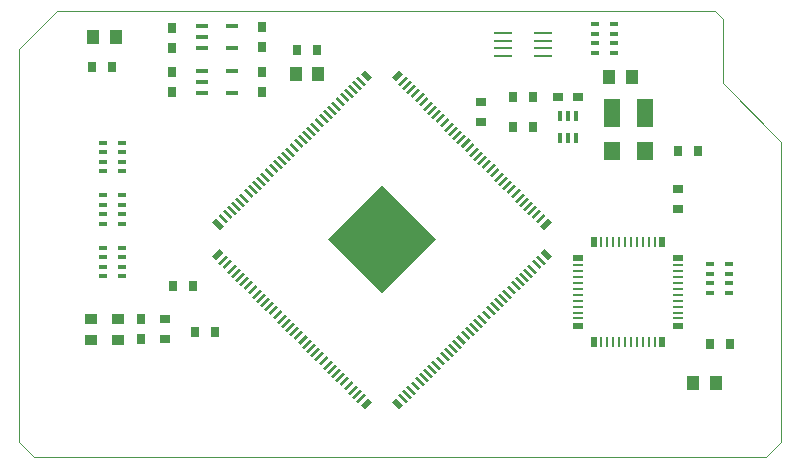
<source format=gtp>
G04 EAGLE Gerber RS-274X export*
G75*
%MOMM*%
%FSLAX34Y34*%
%LPD*%
%INpad maske top*%
%IPPOS*%
%AMOC8*
5,1,8,0,0,1.08239X$1,22.5*%
G01*
%ADD10C,0.000000*%
%ADD11R,1.046000X1.246000*%
%ADD12R,0.900000X0.800000*%
%ADD13R,1.346000X2.446000*%
%ADD14R,1.346000X1.546000*%
%ADD15R,0.800000X0.900000*%
%ADD16R,0.800000X0.400000*%
%ADD17R,0.880000X0.480000*%
%ADD18R,0.940000X0.240000*%
%ADD19R,0.480000X0.880000*%
%ADD20R,0.240000X0.940000*%
%ADD21R,6.446000X6.446000*%
%ADD22R,0.320000X0.970000*%
%ADD23R,1.540000X0.240000*%
%ADD24R,1.090000X0.440000*%
%ADD25R,1.080000X0.880000*%


D10*
X16510Y0D02*
X3810Y12700D01*
X3810Y345440D01*
X35560Y377190D01*
X593090Y377190D01*
X599440Y370840D01*
X599440Y316230D01*
X648970Y266700D01*
X648970Y12700D01*
X636270Y0D02*
X16510Y0D01*
X636270Y0D02*
X648970Y12700D01*
D11*
X85700Y355600D03*
X66700Y355600D03*
X238150Y323850D03*
X257150Y323850D03*
X593700Y62230D03*
X574700Y62230D03*
X503580Y321310D03*
X522580Y321310D03*
D12*
X477130Y304800D03*
X460130Y304800D03*
D13*
X505430Y290830D03*
X533430Y290830D03*
D14*
X505430Y259080D03*
X533430Y259080D03*
D15*
X133350Y326000D03*
X133350Y309000D03*
X209550Y326000D03*
X209550Y309000D03*
X133350Y362830D03*
X133350Y345830D03*
X209550Y364100D03*
X209550Y347100D03*
X65160Y330200D03*
X82160Y330200D03*
X605400Y95250D03*
X588400Y95250D03*
X169790Y105410D03*
X152790Y105410D03*
X150740Y144780D03*
X133740Y144780D03*
D12*
X394970Y300600D03*
X394970Y283600D03*
X561340Y209940D03*
X561340Y226940D03*
D15*
X422030Y304800D03*
X439030Y304800D03*
X422030Y279400D03*
X439030Y279400D03*
X561730Y259080D03*
X578730Y259080D03*
D16*
X74550Y177100D03*
X74550Y169100D03*
X74550Y161100D03*
X74550Y153100D03*
X90550Y153100D03*
X90550Y161100D03*
X90550Y169100D03*
X90550Y177100D03*
X74550Y221550D03*
X74550Y213550D03*
X74550Y205550D03*
X74550Y197550D03*
X90550Y197550D03*
X90550Y205550D03*
X90550Y213550D03*
X90550Y221550D03*
X74550Y266000D03*
X74550Y258000D03*
X74550Y250000D03*
X74550Y242000D03*
X90550Y242000D03*
X90550Y250000D03*
X90550Y258000D03*
X90550Y266000D03*
X491110Y366330D03*
X491110Y358330D03*
X491110Y350330D03*
X491110Y342330D03*
X507110Y342330D03*
X507110Y350330D03*
X507110Y358330D03*
X507110Y366330D03*
D17*
G36*
X177012Y172483D02*
X170790Y166261D01*
X167396Y169655D01*
X173618Y175877D01*
X177012Y172483D01*
G37*
D18*
G36*
X180971Y168946D02*
X174326Y162301D01*
X172629Y163998D01*
X179274Y170643D01*
X180971Y168946D01*
G37*
G36*
X184506Y165411D02*
X177861Y158766D01*
X176164Y160463D01*
X182809Y167108D01*
X184506Y165411D01*
G37*
G36*
X188042Y161875D02*
X181397Y155230D01*
X179700Y156927D01*
X186345Y163572D01*
X188042Y161875D01*
G37*
G36*
X191577Y158340D02*
X184932Y151695D01*
X183235Y153392D01*
X189880Y160037D01*
X191577Y158340D01*
G37*
G36*
X195113Y154804D02*
X188468Y148159D01*
X186771Y149856D01*
X193416Y156501D01*
X195113Y154804D01*
G37*
G36*
X198648Y151269D02*
X192003Y144624D01*
X190306Y146321D01*
X196951Y152966D01*
X198648Y151269D01*
G37*
G36*
X202184Y147733D02*
X195539Y141088D01*
X193842Y142785D01*
X200487Y149430D01*
X202184Y147733D01*
G37*
G36*
X205719Y144198D02*
X199074Y137553D01*
X197377Y139250D01*
X204022Y145895D01*
X205719Y144198D01*
G37*
G36*
X209255Y140662D02*
X202610Y134017D01*
X200913Y135714D01*
X207558Y142359D01*
X209255Y140662D01*
G37*
G36*
X212791Y137127D02*
X206146Y130482D01*
X204449Y132179D01*
X211094Y138824D01*
X212791Y137127D01*
G37*
G36*
X216326Y133591D02*
X209681Y126946D01*
X207984Y128643D01*
X214629Y135288D01*
X216326Y133591D01*
G37*
G36*
X219862Y130055D02*
X213217Y123410D01*
X211520Y125107D01*
X218165Y131752D01*
X219862Y130055D01*
G37*
G36*
X223397Y126520D02*
X216752Y119875D01*
X215055Y121572D01*
X221700Y128217D01*
X223397Y126520D01*
G37*
G36*
X226933Y122984D02*
X220288Y116339D01*
X218591Y118036D01*
X225236Y124681D01*
X226933Y122984D01*
G37*
G36*
X230468Y119449D02*
X223823Y112804D01*
X222126Y114501D01*
X228771Y121146D01*
X230468Y119449D01*
G37*
G36*
X234004Y115913D02*
X227359Y109268D01*
X225662Y110965D01*
X232307Y117610D01*
X234004Y115913D01*
G37*
G36*
X237539Y112378D02*
X230894Y105733D01*
X229197Y107430D01*
X235842Y114075D01*
X237539Y112378D01*
G37*
G36*
X241075Y108842D02*
X234430Y102197D01*
X232733Y103894D01*
X239378Y110539D01*
X241075Y108842D01*
G37*
G36*
X244610Y105307D02*
X237965Y98662D01*
X236268Y100359D01*
X242913Y107004D01*
X244610Y105307D01*
G37*
G36*
X248146Y101771D02*
X241501Y95126D01*
X239804Y96823D01*
X246449Y103468D01*
X248146Y101771D01*
G37*
G36*
X251681Y98236D02*
X245036Y91591D01*
X243339Y93288D01*
X249984Y99933D01*
X251681Y98236D01*
G37*
G36*
X255217Y94700D02*
X248572Y88055D01*
X246875Y89752D01*
X253520Y96397D01*
X255217Y94700D01*
G37*
G36*
X258752Y91165D02*
X252107Y84520D01*
X250410Y86217D01*
X257055Y92862D01*
X258752Y91165D01*
G37*
G36*
X262288Y87629D02*
X255643Y80984D01*
X253946Y82681D01*
X260591Y89326D01*
X262288Y87629D01*
G37*
G36*
X265824Y84094D02*
X259179Y77449D01*
X257482Y79146D01*
X264127Y85791D01*
X265824Y84094D01*
G37*
G36*
X269359Y80558D02*
X262714Y73913D01*
X261017Y75610D01*
X267662Y82255D01*
X269359Y80558D01*
G37*
G36*
X272895Y77022D02*
X266250Y70377D01*
X264553Y72074D01*
X271198Y78719D01*
X272895Y77022D01*
G37*
G36*
X276430Y73487D02*
X269785Y66842D01*
X268088Y68539D01*
X274733Y75184D01*
X276430Y73487D01*
G37*
G36*
X279966Y69951D02*
X273321Y63306D01*
X271624Y65003D01*
X278269Y71648D01*
X279966Y69951D01*
G37*
G36*
X283501Y66416D02*
X276856Y59771D01*
X275159Y61468D01*
X281804Y68113D01*
X283501Y66416D01*
G37*
G36*
X287037Y62880D02*
X280392Y56235D01*
X278695Y57932D01*
X285340Y64577D01*
X287037Y62880D01*
G37*
G36*
X290572Y59345D02*
X283927Y52700D01*
X282230Y54397D01*
X288875Y61042D01*
X290572Y59345D01*
G37*
G36*
X294108Y55809D02*
X287463Y49164D01*
X285766Y50861D01*
X292411Y57506D01*
X294108Y55809D01*
G37*
G36*
X297643Y52274D02*
X290998Y45629D01*
X289301Y47326D01*
X295946Y53971D01*
X297643Y52274D01*
G37*
D17*
G36*
X302877Y46618D02*
X296655Y40396D01*
X293261Y43790D01*
X299483Y50012D01*
X302877Y46618D01*
G37*
D19*
G36*
X329039Y43790D02*
X325645Y40396D01*
X319423Y46618D01*
X322817Y50012D01*
X329039Y43790D01*
G37*
D20*
G36*
X332999Y47326D02*
X331302Y45629D01*
X324657Y52274D01*
X326354Y53971D01*
X332999Y47326D01*
G37*
G36*
X336534Y50861D02*
X334837Y49164D01*
X328192Y55809D01*
X329889Y57506D01*
X336534Y50861D01*
G37*
G36*
X340070Y54397D02*
X338373Y52700D01*
X331728Y59345D01*
X333425Y61042D01*
X340070Y54397D01*
G37*
G36*
X343605Y57932D02*
X341908Y56235D01*
X335263Y62880D01*
X336960Y64577D01*
X343605Y57932D01*
G37*
G36*
X347141Y61468D02*
X345444Y59771D01*
X338799Y66416D01*
X340496Y68113D01*
X347141Y61468D01*
G37*
G36*
X350676Y65003D02*
X348979Y63306D01*
X342334Y69951D01*
X344031Y71648D01*
X350676Y65003D01*
G37*
G36*
X354212Y68539D02*
X352515Y66842D01*
X345870Y73487D01*
X347567Y75184D01*
X354212Y68539D01*
G37*
G36*
X357747Y72074D02*
X356050Y70377D01*
X349405Y77022D01*
X351102Y78719D01*
X357747Y72074D01*
G37*
G36*
X361283Y75610D02*
X359586Y73913D01*
X352941Y80558D01*
X354638Y82255D01*
X361283Y75610D01*
G37*
G36*
X364818Y79146D02*
X363121Y77449D01*
X356476Y84094D01*
X358173Y85791D01*
X364818Y79146D01*
G37*
G36*
X368354Y82681D02*
X366657Y80984D01*
X360012Y87629D01*
X361709Y89326D01*
X368354Y82681D01*
G37*
G36*
X371890Y86217D02*
X370193Y84520D01*
X363548Y91165D01*
X365245Y92862D01*
X371890Y86217D01*
G37*
G36*
X375425Y89752D02*
X373728Y88055D01*
X367083Y94700D01*
X368780Y96397D01*
X375425Y89752D01*
G37*
G36*
X378961Y93288D02*
X377264Y91591D01*
X370619Y98236D01*
X372316Y99933D01*
X378961Y93288D01*
G37*
G36*
X382496Y96823D02*
X380799Y95126D01*
X374154Y101771D01*
X375851Y103468D01*
X382496Y96823D01*
G37*
G36*
X386032Y100359D02*
X384335Y98662D01*
X377690Y105307D01*
X379387Y107004D01*
X386032Y100359D01*
G37*
G36*
X389567Y103894D02*
X387870Y102197D01*
X381225Y108842D01*
X382922Y110539D01*
X389567Y103894D01*
G37*
G36*
X393103Y107430D02*
X391406Y105733D01*
X384761Y112378D01*
X386458Y114075D01*
X393103Y107430D01*
G37*
G36*
X396638Y110965D02*
X394941Y109268D01*
X388296Y115913D01*
X389993Y117610D01*
X396638Y110965D01*
G37*
G36*
X400174Y114501D02*
X398477Y112804D01*
X391832Y119449D01*
X393529Y121146D01*
X400174Y114501D01*
G37*
G36*
X403709Y118036D02*
X402012Y116339D01*
X395367Y122984D01*
X397064Y124681D01*
X403709Y118036D01*
G37*
G36*
X407245Y121572D02*
X405548Y119875D01*
X398903Y126520D01*
X400600Y128217D01*
X407245Y121572D01*
G37*
G36*
X410780Y125107D02*
X409083Y123410D01*
X402438Y130055D01*
X404135Y131752D01*
X410780Y125107D01*
G37*
G36*
X414316Y128643D02*
X412619Y126946D01*
X405974Y133591D01*
X407671Y135288D01*
X414316Y128643D01*
G37*
G36*
X417851Y132179D02*
X416154Y130482D01*
X409509Y137127D01*
X411206Y138824D01*
X417851Y132179D01*
G37*
G36*
X421387Y135714D02*
X419690Y134017D01*
X413045Y140662D01*
X414742Y142359D01*
X421387Y135714D01*
G37*
G36*
X424923Y139250D02*
X423226Y137553D01*
X416581Y144198D01*
X418278Y145895D01*
X424923Y139250D01*
G37*
G36*
X428458Y142785D02*
X426761Y141088D01*
X420116Y147733D01*
X421813Y149430D01*
X428458Y142785D01*
G37*
G36*
X431994Y146321D02*
X430297Y144624D01*
X423652Y151269D01*
X425349Y152966D01*
X431994Y146321D01*
G37*
G36*
X435529Y149856D02*
X433832Y148159D01*
X427187Y154804D01*
X428884Y156501D01*
X435529Y149856D01*
G37*
G36*
X439065Y153392D02*
X437368Y151695D01*
X430723Y158340D01*
X432420Y160037D01*
X439065Y153392D01*
G37*
G36*
X442600Y156927D02*
X440903Y155230D01*
X434258Y161875D01*
X435955Y163572D01*
X442600Y156927D01*
G37*
G36*
X446136Y160463D02*
X444439Y158766D01*
X437794Y165411D01*
X439491Y167108D01*
X446136Y160463D01*
G37*
G36*
X449671Y163998D02*
X447974Y162301D01*
X441329Y168946D01*
X443026Y170643D01*
X449671Y163998D01*
G37*
D19*
G36*
X454904Y169655D02*
X451510Y166261D01*
X445288Y172483D01*
X448682Y175877D01*
X454904Y169655D01*
G37*
D17*
G36*
X454904Y198645D02*
X448682Y192423D01*
X445288Y195817D01*
X451510Y202039D01*
X454904Y198645D01*
G37*
D18*
G36*
X449671Y204302D02*
X443026Y197657D01*
X441329Y199354D01*
X447974Y205999D01*
X449671Y204302D01*
G37*
G36*
X446136Y207837D02*
X439491Y201192D01*
X437794Y202889D01*
X444439Y209534D01*
X446136Y207837D01*
G37*
G36*
X442600Y211373D02*
X435955Y204728D01*
X434258Y206425D01*
X440903Y213070D01*
X442600Y211373D01*
G37*
G36*
X439065Y214908D02*
X432420Y208263D01*
X430723Y209960D01*
X437368Y216605D01*
X439065Y214908D01*
G37*
G36*
X435529Y218444D02*
X428884Y211799D01*
X427187Y213496D01*
X433832Y220141D01*
X435529Y218444D01*
G37*
G36*
X431994Y221979D02*
X425349Y215334D01*
X423652Y217031D01*
X430297Y223676D01*
X431994Y221979D01*
G37*
G36*
X428458Y225515D02*
X421813Y218870D01*
X420116Y220567D01*
X426761Y227212D01*
X428458Y225515D01*
G37*
G36*
X424923Y229050D02*
X418278Y222405D01*
X416581Y224102D01*
X423226Y230747D01*
X424923Y229050D01*
G37*
G36*
X421387Y232586D02*
X414742Y225941D01*
X413045Y227638D01*
X419690Y234283D01*
X421387Y232586D01*
G37*
G36*
X417851Y236121D02*
X411206Y229476D01*
X409509Y231173D01*
X416154Y237818D01*
X417851Y236121D01*
G37*
G36*
X414316Y239657D02*
X407671Y233012D01*
X405974Y234709D01*
X412619Y241354D01*
X414316Y239657D01*
G37*
G36*
X410780Y243193D02*
X404135Y236548D01*
X402438Y238245D01*
X409083Y244890D01*
X410780Y243193D01*
G37*
G36*
X407245Y246728D02*
X400600Y240083D01*
X398903Y241780D01*
X405548Y248425D01*
X407245Y246728D01*
G37*
G36*
X403709Y250264D02*
X397064Y243619D01*
X395367Y245316D01*
X402012Y251961D01*
X403709Y250264D01*
G37*
G36*
X400174Y253799D02*
X393529Y247154D01*
X391832Y248851D01*
X398477Y255496D01*
X400174Y253799D01*
G37*
G36*
X396638Y257335D02*
X389993Y250690D01*
X388296Y252387D01*
X394941Y259032D01*
X396638Y257335D01*
G37*
G36*
X393103Y260870D02*
X386458Y254225D01*
X384761Y255922D01*
X391406Y262567D01*
X393103Y260870D01*
G37*
G36*
X389567Y264406D02*
X382922Y257761D01*
X381225Y259458D01*
X387870Y266103D01*
X389567Y264406D01*
G37*
G36*
X386032Y267941D02*
X379387Y261296D01*
X377690Y262993D01*
X384335Y269638D01*
X386032Y267941D01*
G37*
G36*
X382496Y271477D02*
X375851Y264832D01*
X374154Y266529D01*
X380799Y273174D01*
X382496Y271477D01*
G37*
G36*
X378961Y275012D02*
X372316Y268367D01*
X370619Y270064D01*
X377264Y276709D01*
X378961Y275012D01*
G37*
G36*
X375425Y278548D02*
X368780Y271903D01*
X367083Y273600D01*
X373728Y280245D01*
X375425Y278548D01*
G37*
G36*
X371890Y282083D02*
X365245Y275438D01*
X363548Y277135D01*
X370193Y283780D01*
X371890Y282083D01*
G37*
G36*
X368354Y285619D02*
X361709Y278974D01*
X360012Y280671D01*
X366657Y287316D01*
X368354Y285619D01*
G37*
G36*
X364818Y289154D02*
X358173Y282509D01*
X356476Y284206D01*
X363121Y290851D01*
X364818Y289154D01*
G37*
G36*
X361283Y292690D02*
X354638Y286045D01*
X352941Y287742D01*
X359586Y294387D01*
X361283Y292690D01*
G37*
G36*
X357747Y296226D02*
X351102Y289581D01*
X349405Y291278D01*
X356050Y297923D01*
X357747Y296226D01*
G37*
G36*
X354212Y299761D02*
X347567Y293116D01*
X345870Y294813D01*
X352515Y301458D01*
X354212Y299761D01*
G37*
G36*
X350676Y303297D02*
X344031Y296652D01*
X342334Y298349D01*
X348979Y304994D01*
X350676Y303297D01*
G37*
G36*
X347141Y306832D02*
X340496Y300187D01*
X338799Y301884D01*
X345444Y308529D01*
X347141Y306832D01*
G37*
G36*
X343605Y310368D02*
X336960Y303723D01*
X335263Y305420D01*
X341908Y312065D01*
X343605Y310368D01*
G37*
G36*
X340070Y313903D02*
X333425Y307258D01*
X331728Y308955D01*
X338373Y315600D01*
X340070Y313903D01*
G37*
G36*
X336534Y317439D02*
X329889Y310794D01*
X328192Y312491D01*
X334837Y319136D01*
X336534Y317439D01*
G37*
G36*
X332999Y320974D02*
X326354Y314329D01*
X324657Y316026D01*
X331302Y322671D01*
X332999Y320974D01*
G37*
D17*
G36*
X329039Y324510D02*
X322817Y318288D01*
X319423Y321682D01*
X325645Y327904D01*
X329039Y324510D01*
G37*
D19*
G36*
X302877Y321682D02*
X299483Y318288D01*
X293261Y324510D01*
X296655Y327904D01*
X302877Y321682D01*
G37*
D20*
G36*
X297643Y316026D02*
X295946Y314329D01*
X289301Y320974D01*
X290998Y322671D01*
X297643Y316026D01*
G37*
G36*
X294108Y312491D02*
X292411Y310794D01*
X285766Y317439D01*
X287463Y319136D01*
X294108Y312491D01*
G37*
G36*
X290572Y308955D02*
X288875Y307258D01*
X282230Y313903D01*
X283927Y315600D01*
X290572Y308955D01*
G37*
G36*
X287037Y305420D02*
X285340Y303723D01*
X278695Y310368D01*
X280392Y312065D01*
X287037Y305420D01*
G37*
G36*
X283501Y301884D02*
X281804Y300187D01*
X275159Y306832D01*
X276856Y308529D01*
X283501Y301884D01*
G37*
G36*
X279966Y298349D02*
X278269Y296652D01*
X271624Y303297D01*
X273321Y304994D01*
X279966Y298349D01*
G37*
G36*
X276430Y294813D02*
X274733Y293116D01*
X268088Y299761D01*
X269785Y301458D01*
X276430Y294813D01*
G37*
G36*
X272895Y291278D02*
X271198Y289581D01*
X264553Y296226D01*
X266250Y297923D01*
X272895Y291278D01*
G37*
G36*
X269359Y287742D02*
X267662Y286045D01*
X261017Y292690D01*
X262714Y294387D01*
X269359Y287742D01*
G37*
G36*
X265824Y284206D02*
X264127Y282509D01*
X257482Y289154D01*
X259179Y290851D01*
X265824Y284206D01*
G37*
G36*
X262288Y280671D02*
X260591Y278974D01*
X253946Y285619D01*
X255643Y287316D01*
X262288Y280671D01*
G37*
G36*
X258752Y277135D02*
X257055Y275438D01*
X250410Y282083D01*
X252107Y283780D01*
X258752Y277135D01*
G37*
G36*
X255217Y273600D02*
X253520Y271903D01*
X246875Y278548D01*
X248572Y280245D01*
X255217Y273600D01*
G37*
G36*
X251681Y270064D02*
X249984Y268367D01*
X243339Y275012D01*
X245036Y276709D01*
X251681Y270064D01*
G37*
G36*
X248146Y266529D02*
X246449Y264832D01*
X239804Y271477D01*
X241501Y273174D01*
X248146Y266529D01*
G37*
G36*
X244610Y262993D02*
X242913Y261296D01*
X236268Y267941D01*
X237965Y269638D01*
X244610Y262993D01*
G37*
G36*
X241075Y259458D02*
X239378Y257761D01*
X232733Y264406D01*
X234430Y266103D01*
X241075Y259458D01*
G37*
G36*
X237539Y255922D02*
X235842Y254225D01*
X229197Y260870D01*
X230894Y262567D01*
X237539Y255922D01*
G37*
G36*
X234004Y252387D02*
X232307Y250690D01*
X225662Y257335D01*
X227359Y259032D01*
X234004Y252387D01*
G37*
G36*
X230468Y248851D02*
X228771Y247154D01*
X222126Y253799D01*
X223823Y255496D01*
X230468Y248851D01*
G37*
G36*
X226933Y245316D02*
X225236Y243619D01*
X218591Y250264D01*
X220288Y251961D01*
X226933Y245316D01*
G37*
G36*
X223397Y241780D02*
X221700Y240083D01*
X215055Y246728D01*
X216752Y248425D01*
X223397Y241780D01*
G37*
G36*
X219862Y238245D02*
X218165Y236548D01*
X211520Y243193D01*
X213217Y244890D01*
X219862Y238245D01*
G37*
G36*
X216326Y234709D02*
X214629Y233012D01*
X207984Y239657D01*
X209681Y241354D01*
X216326Y234709D01*
G37*
G36*
X212791Y231173D02*
X211094Y229476D01*
X204449Y236121D01*
X206146Y237818D01*
X212791Y231173D01*
G37*
G36*
X209255Y227638D02*
X207558Y225941D01*
X200913Y232586D01*
X202610Y234283D01*
X209255Y227638D01*
G37*
G36*
X205719Y224102D02*
X204022Y222405D01*
X197377Y229050D01*
X199074Y230747D01*
X205719Y224102D01*
G37*
G36*
X202184Y220567D02*
X200487Y218870D01*
X193842Y225515D01*
X195539Y227212D01*
X202184Y220567D01*
G37*
G36*
X198648Y217031D02*
X196951Y215334D01*
X190306Y221979D01*
X192003Y223676D01*
X198648Y217031D01*
G37*
G36*
X195113Y213496D02*
X193416Y211799D01*
X186771Y218444D01*
X188468Y220141D01*
X195113Y213496D01*
G37*
G36*
X191577Y209960D02*
X189880Y208263D01*
X183235Y214908D01*
X184932Y216605D01*
X191577Y209960D01*
G37*
G36*
X188042Y206425D02*
X186345Y204728D01*
X179700Y211373D01*
X181397Y213070D01*
X188042Y206425D01*
G37*
G36*
X184506Y202889D02*
X182809Y201192D01*
X176164Y207837D01*
X177861Y209534D01*
X184506Y202889D01*
G37*
G36*
X180971Y199354D02*
X179274Y197657D01*
X172629Y204302D01*
X174326Y205999D01*
X180971Y199354D01*
G37*
D19*
G36*
X177012Y195817D02*
X173618Y192423D01*
X167396Y198645D01*
X170790Y202039D01*
X177012Y195817D01*
G37*
D21*
G36*
X356730Y184150D02*
X311150Y138570D01*
X265570Y184150D01*
X311150Y229730D01*
X356730Y184150D01*
G37*
D17*
X476930Y168700D03*
D18*
X476930Y162200D03*
X476930Y157200D03*
X476930Y152200D03*
X476930Y147200D03*
X476930Y142200D03*
X476930Y137200D03*
X476930Y132200D03*
X476930Y127200D03*
X476930Y122200D03*
X476930Y117200D03*
D17*
X476930Y110700D03*
D19*
X490430Y97200D03*
D20*
X496930Y97200D03*
X501930Y97200D03*
X506930Y97200D03*
X511930Y97200D03*
X516930Y97200D03*
X521930Y97200D03*
X526930Y97200D03*
X531930Y97200D03*
X536930Y97200D03*
X541930Y97200D03*
D19*
X548430Y97200D03*
D17*
X561930Y110700D03*
D18*
X561930Y117200D03*
X561930Y122200D03*
X561930Y127200D03*
X561930Y132200D03*
X561930Y137200D03*
X561930Y142200D03*
X561930Y147200D03*
X561930Y152200D03*
X561930Y157200D03*
X561930Y162200D03*
D17*
X561930Y168700D03*
D19*
X548430Y182200D03*
D20*
X541930Y182200D03*
X536930Y182200D03*
X531930Y182200D03*
X526930Y182200D03*
X521930Y182200D03*
X516930Y182200D03*
X511930Y182200D03*
X506930Y182200D03*
X501930Y182200D03*
X496930Y182200D03*
D19*
X490430Y182200D03*
D22*
X462130Y270150D03*
X468630Y270150D03*
X475130Y270150D03*
X475130Y288650D03*
X468630Y288650D03*
X462130Y288650D03*
D23*
X413530Y339500D03*
X413530Y346000D03*
X413530Y352500D03*
X413530Y359000D03*
X447530Y339500D03*
X447530Y346000D03*
X447530Y352500D03*
X447530Y359000D03*
D24*
X158449Y327000D03*
X158449Y317500D03*
X158449Y308000D03*
X184451Y308000D03*
X184451Y327000D03*
X158449Y365100D03*
X158449Y355600D03*
X158449Y346100D03*
X184451Y346100D03*
X184451Y365100D03*
D15*
X256150Y344170D03*
X239150Y344170D03*
X106680Y99450D03*
X106680Y116450D03*
D12*
X127000Y116450D03*
X127000Y99450D03*
D16*
X588900Y163130D03*
X588900Y155130D03*
X588900Y147130D03*
X588900Y139130D03*
X604900Y139130D03*
X604900Y147130D03*
X604900Y155130D03*
X604900Y163130D03*
D25*
X87700Y98950D03*
X64700Y116950D03*
X64700Y98950D03*
X87700Y116950D03*
M02*

</source>
